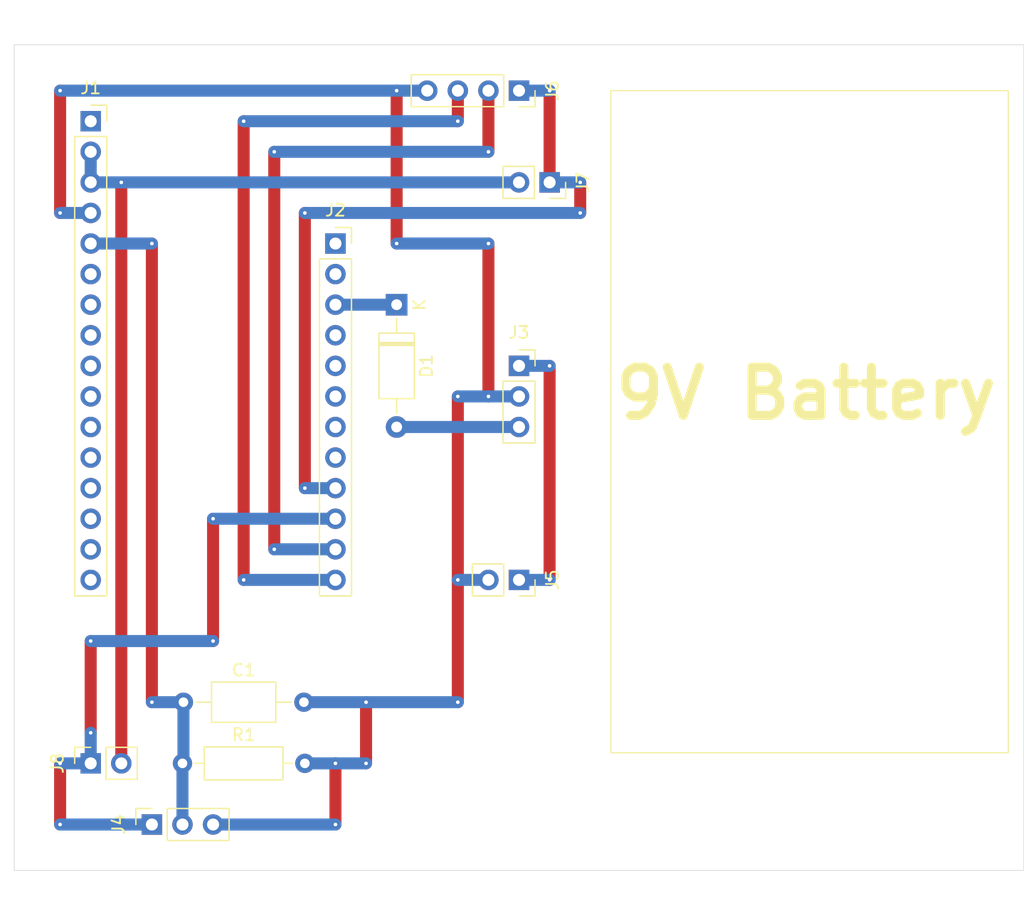
<source format=kicad_pcb>
(kicad_pcb (version 20240108) (generator "pcbnew") (generator_version "8.0")
  (layers (0 "F.Cu" signal) (31 "B.Cu" signal) (34 "B.Paste" user) (35 "F.Paste" user) (36 "B.SilkS" user "B.Silkscreen") (37 "F.SilkS" user "F.Silkscreen") (38 "B.Mask" user) (39 "F.Mask" user) (44 "Edge.Cuts" user))
  (net 0 "")
  (net 19 "GND")
  (net 20 "+3V3")
  (net 21 "/SCL")
  (net 22 "+BATT")
  (net 23 "/SDA")
  (net 24 "VBUS")
  (net 25 "Net-(D1-A)")
  (net 27 "/PT_OUT")
  (net 28 "/PT_POWER")
  (net 29 "/SHT_POWER")
  (footprint "Connector_PinSocket_2.54mm:PinSocket_1x04_P2.54mm_Vertical" (layer "F.Cu") (at 116.84 58.42 -90)
    (property "Reference" "J6" (at 0 -2.77 90) (layer "F.SilkS"))
    (property "Value" "Conn_01x04_Socket")
    (fp_line (start -1.33 8.95) (end 1.33 8.95) (stroke (width 0.12)) (layer "F.SilkS"))
    (fp_line (start -1.33 1.27) (end -1.33 8.95) (stroke (width 0.12)) (layer "F.SilkS"))
    (fp_line (start -1.33 1.27) (end 1.33 1.27) (stroke (width 0.12)) (layer "F.SilkS"))
    (fp_line (start 1.33 1.27) (end 1.33 8.95) (stroke (width 0.12)) (layer "F.SilkS"))
    (fp_line (start 0 -1.33) (end 1.33 -1.33) (stroke (width 0.12)) (layer "F.SilkS"))
    (fp_line (start 1.33 -1.33) (end 1.33 0) (stroke (width 0.12)) (layer "F.SilkS"))
    (pad "1" thru_hole rect (at 0 0 270) (size 1.7 1.7) (drill 1) (layers "*.Cu" "*.Mask") (net 29 "/SHT_POWER"))
    (pad "2" thru_hole oval (at 0 2.54 270) (size 1.7 1.7) (drill 1) (layers "*.Cu" "*.Mask") (net 21 "/SCL"))
    (pad "3" thru_hole oval (at 0 5.08 270) (size 1.7 1.7) (drill 1) (layers "*.Cu" "*.Mask") (net 23 "/SDA"))
    (pad "4" thru_hole oval (at 0 7.62 270) (size 1.7 1.7) (drill 1) (layers "*.Cu" "*.Mask") (net 19 "GND"))
  )
  (footprint "Connector_PinSocket_2.54mm:PinSocket_1x03_P2.54mm_Vertical" (layer "F.Cu") (at 86.36 119.38 90)
    (property "Reference" "J4" (at 0 -2.77 -90) (layer "F.SilkS"))
    (property "Value" "Conn_01x03_Socket")
    (fp_line (start 1.33 -1.33) (end 1.33 0) (stroke (width 0.12)) (layer "F.SilkS"))
    (fp_line (start 0 -1.33) (end 1.33 -1.33) (stroke (width 0.12)) (layer "F.SilkS"))
    (fp_line (start 1.33 1.27) (end 1.33 6.41) (stroke (width 0.12)) (layer "F.SilkS"))
    (fp_line (start -1.33 1.27) (end 1.33 1.27) (stroke (width 0.12)) (layer "F.SilkS"))
    (fp_line (start -1.33 1.27) (end -1.33 6.41) (stroke (width 0.12)) (layer "F.SilkS"))
    (fp_line (start -1.33 6.41) (end 1.33 6.41) (stroke (width 0.12)) (layer "F.SilkS"))
    (pad "1" thru_hole rect (at 0 0 90) (size 1.7 1.7) (drill 1) (layers "*.Cu" "*.Mask") (net 28 "/PT_POWER"))
    (pad "2" thru_hole oval (at 0 2.54 90) (size 1.7 1.7) (drill 1) (layers "*.Cu" "*.Mask") (net 27 "/PT_OUT"))
    (pad "3" thru_hole oval (at 0 5.08 90) (size 1.7 1.7) (drill 1) (layers "*.Cu" "*.Mask") (net 19 "GND"))
  )
  (footprint "Diode_THT:D_A-405_P10.16mm_Horizontal" (layer "F.Cu") (at 106.68 76.2 -90)
    (property "Reference" "D1" (at 5.08 -2.47 90) (layer "F.SilkS"))
    (property "Value" "D_Schottky")
    (fp_line (start 2.36 1.47) (end 7.8 1.47) (stroke (width 0.12)) (layer "F.SilkS"))
    (fp_line (start 7.8 1.47) (end 7.8 -1.47) (stroke (width 0.12)) (layer "F.SilkS"))
    (fp_line (start 1.14 0) (end 2.36 0) (stroke (width 0.12)) (layer "F.SilkS"))
    (fp_line (start 9.02 0) (end 7.8 0) (stroke (width 0.12)) (layer "F.SilkS"))
    (fp_line (start 2.36 -1.47) (end 2.36 1.47) (stroke (width 0.12)) (layer "F.SilkS"))
    (fp_line (start 3.14 -1.47) (end 3.14 1.47) (stroke (width 0.12)) (layer "F.SilkS"))
    (fp_line (start 3.26 -1.47) (end 3.26 1.47) (stroke (width 0.12)) (layer "F.SilkS"))
    (fp_line (start 3.38 -1.47) (end 3.38 1.47) (stroke (width 0.12)) (layer "F.SilkS"))
    (fp_line (start 7.8 -1.47) (end 2.36 -1.47) (stroke (width 0.12)) (layer "F.SilkS"))
    (fp_text user "K" (at 0 -1.9 90) (layer "F.SilkS"))
    (pad "1" thru_hole rect (at 0 0 270) (size 1.8 1.8) (drill 0.9) (layers "*.Cu" "*.Mask") (net 24 "VBUS"))
    (pad "2" thru_hole oval (at 10.16 0 270) (size 1.8 1.8) (drill 0.9) (layers "*.Cu" "*.Mask") (net 25 "Net-(D1-A)"))
  )
  (footprint "Connector_PinSocket_2.54mm:PinSocket_1x12_P2.54mm_Vertical" (layer "F.Cu") (at 101.6 71.12)
    (property "Reference" "J2" (at 0 -2.77 0) (layer "F.SilkS"))
    (property "Value" "Conn_01x12_Socket")
    (fp_line (start -1.33 1.27) (end -1.33 29.27) (stroke (width 0.12)) (layer "F.SilkS"))
    (fp_line (start -1.33 1.27) (end 1.33 1.27) (stroke (width 0.12)) (layer "F.SilkS"))
    (fp_line (start -1.33 29.27) (end 1.33 29.27) (stroke (width 0.12)) (layer "F.SilkS"))
    (fp_line (start 0 -1.33) (end 1.33 -1.33) (stroke (width 0.12)) (layer "F.SilkS"))
    (fp_line (start 1.33 -1.33) (end 1.33 0) (stroke (width 0.12)) (layer "F.SilkS"))
    (fp_line (start 1.33 1.27) (end 1.33 29.27) (stroke (width 0.12)) (layer "F.SilkS"))
    (pad "1" thru_hole rect (at 0 0) (size 1.7 1.7) (drill 1) (layers "*.Cu" "*.Mask"))
    (pad "2" thru_hole oval (at 0 2.54) (size 1.7 1.7) (drill 1) (layers "*.Cu" "*.Mask"))
    (pad "3" thru_hole oval (at 0 5.08) (size 1.7 1.7) (drill 1) (layers "*.Cu" "*.Mask") (net 24 "VBUS"))
    (pad "4" thru_hole oval (at 0 7.62) (size 1.7 1.7) (drill 1) (layers "*.Cu" "*.Mask"))
    (pad "5" thru_hole oval (at 0 10.16) (size 1.7 1.7) (drill 1) (layers "*.Cu" "*.Mask"))
    (pad "6" thru_hole oval (at 0 12.7) (size 1.7 1.7) (drill 1) (layers "*.Cu" "*.Mask"))
    (pad "7" thru_hole oval (at 0 15.24) (size 1.7 1.7) (drill 1) (layers "*.Cu" "*.Mask"))
    (pad "8" thru_hole oval (at 0 17.78) (size 1.7 1.7) (drill 1) (layers "*.Cu" "*.Mask"))
    (pad "9" thru_hole oval (at 0 20.32) (size 1.7 1.7) (drill 1) (layers "*.Cu" "*.Mask") (net 29 "/SHT_POWER"))
    (pad "10" thru_hole oval (at 0 22.86) (size 1.7 1.7) (drill 1) (layers "*.Cu" "*.Mask") (net 28 "/PT_POWER"))
    (pad "11" thru_hole oval (at 0 25.4) (size 1.7 1.7) (drill 1) (layers "*.Cu" "*.Mask") (net 21 "/SCL"))
    (pad "12" thru_hole oval (at 0 27.94) (size 1.7 1.7) (drill 1) (layers "*.Cu" "*.Mask") (net 23 "/SDA"))
  )
  (footprint "Connector_PinSocket_2.54mm:PinSocket_1x02_P2.54mm_Vertical" (layer "F.Cu") (at 119.38 66.04 -90)
    (property "Reference" "J7" (at 0 -2.77 90) (layer "F.SilkS"))
    (property "Value" "Conn_01x02_Socket")
    (fp_line (start -1.33 3.87) (end 1.33 3.87) (stroke (width 0.12)) (layer "F.SilkS"))
    (fp_line (start -1.33 1.27) (end -1.33 3.87) (stroke (width 0.12)) (layer "F.SilkS"))
    (fp_line (start -1.33 1.27) (end 1.33 1.27) (stroke (width 0.12)) (layer "F.SilkS"))
    (fp_line (start 1.33 1.27) (end 1.33 3.87) (stroke (width 0.12)) (layer "F.SilkS"))
    (fp_line (start 0 -1.33) (end 1.33 -1.33) (stroke (width 0.12)) (layer "F.SilkS"))
    (fp_line (start 1.33 -1.33) (end 1.33 0) (stroke (width 0.12)) (layer "F.SilkS"))
    (pad "1" thru_hole rect (at 0 0 270) (size 1.7 1.7) (drill 1) (layers "*.Cu" "*.Mask") (net 29 "/SHT_POWER"))
    (pad "2" thru_hole oval (at 0 2.54 270) (size 1.7 1.7) (drill 1) (layers "*.Cu" "*.Mask") (net 20 "+3V3"))
  )
  (footprint "Connector_PinSocket_2.54mm:PinSocket_1x16_P2.54mm_Vertical" (layer "F.Cu") (at 81.28 60.96)
    (property "Reference" "J1" (at 0 -2.77 0) (layer "F.SilkS"))
    (property "Value" "Conn_01x16_Socket")
    (fp_line (start -1.33 1.27) (end -1.33 39.43) (stroke (width 0.12)) (layer "F.SilkS"))
    (fp_line (start -1.33 1.27) (end 1.33 1.27) (stroke (width 0.12)) (layer "F.SilkS"))
    (fp_line (start -1.33 39.43) (end 1.33 39.43) (stroke (width 0.12)) (layer "F.SilkS"))
    (fp_line (start 0 -1.33) (end 1.33 -1.33) (stroke (width 0.12)) (layer "F.SilkS"))
    (fp_line (start 1.33 -1.33) (end 1.33 0) (stroke (width 0.12)) (layer "F.SilkS"))
    (fp_line (start 1.33 1.27) (end 1.33 39.43) (stroke (width 0.12)) (layer "F.SilkS"))
    (pad "1" thru_hole rect (at 0 0) (size 1.7 1.7) (drill 1) (layers "*.Cu" "*.Mask"))
    (pad "2" thru_hole oval (at 0 2.54) (size 1.7 1.7) (drill 1) (layers "*.Cu" "*.Mask") (net 20 "+3V3"))
    (pad "3" thru_hole oval (at 0 5.08) (size 1.7 1.7) (drill 1) (layers "*.Cu" "*.Mask") (net 20 "+3V3"))
    (pad "4" thru_hole oval (at 0 7.62) (size 1.7 1.7) (drill 1) (layers "*.Cu" "*.Mask") (net 19 "GND"))
    (pad "5" thru_hole oval (at 0 10.16) (size 1.7 1.7) (drill 1) (layers "*.Cu" "*.Mask") (net 27 "/PT_OUT"))
    (pad "6" thru_hole oval (at 0 12.7) (size 1.7 1.7) (drill 1) (layers "*.Cu" "*.Mask"))
    (pad "7" thru_hole oval (at 0 15.24) (size 1.7 1.7) (drill 1) (layers "*.Cu" "*.Mask"))
    (pad "8" thru_hole oval (at 0 17.78) (size 1.7 1.7) (drill 1) (layers "*.Cu" "*.Mask"))
    (pad "9" thru_hole oval (at 0 20.32) (size 1.7 1.7) (drill 1) (layers "*.Cu" "*.Mask"))
    (pad "10" thru_hole oval (at 0 22.86) (size 1.7 1.7) (drill 1) (layers "*.Cu" "*.Mask"))
    (pad "11" thru_hole oval (at 0 25.4) (size 1.7 1.7) (drill 1) (layers "*.Cu" "*.Mask"))
    (pad "12" thru_hole oval (at 0 27.94) (size 1.7 1.7) (drill 1) (layers "*.Cu" "*.Mask"))
    (pad "13" thru_hole oval (at 0 30.48) (size 1.7 1.7) (drill 1) (layers "*.Cu" "*.Mask"))
    (pad "14" thru_hole oval (at 0 33.02) (size 1.7 1.7) (drill 1) (layers "*.Cu" "*.Mask"))
    (pad "15" thru_hole oval (at 0 35.56) (size 1.7 1.7) (drill 1) (layers "*.Cu" "*.Mask"))
    (pad "16" thru_hole oval (at 0 38.1) (size 1.7 1.7) (drill 1) (layers "*.Cu" "*.Mask"))
  )
  (footprint "Connector_PinSocket_2.54mm:PinSocket_1x03_P2.54mm_Vertical" (layer "F.Cu") (at 116.84 81.28)
    (property "Reference" "J3" (at 0 -2.77 0) (layer "F.SilkS"))
    (property "Value" "Conn_01x03_Socket")
    (fp_line (start -1.33 1.27) (end -1.33 6.41) (stroke (width 0.12)) (layer "F.SilkS"))
    (fp_line (start -1.33 1.27) (end 1.33 1.27) (stroke (width 0.12)) (layer "F.SilkS"))
    (fp_line (start -1.33 6.41) (end 1.33 6.41) (stroke (width 0.12)) (layer "F.SilkS"))
    (fp_line (start 0 -1.33) (end 1.33 -1.33) (stroke (width 0.12)) (layer "F.SilkS"))
    (fp_line (start 1.33 -1.33) (end 1.33 0) (stroke (width 0.12)) (layer "F.SilkS"))
    (fp_line (start 1.33 1.27) (end 1.33 6.41) (stroke (width 0.12)) (layer "F.SilkS"))
    (pad "1" thru_hole rect (at 0 0) (size 1.7 1.7) (drill 1) (layers "*.Cu" "*.Mask") (net 22 "+BATT"))
    (pad "2" thru_hole oval (at 0 2.54) (size 1.7 1.7) (drill 1) (layers "*.Cu" "*.Mask") (net 19 "GND"))
    (pad "3" thru_hole oval (at 0 5.08) (size 1.7 1.7) (drill 1) (layers "*.Cu" "*.Mask") (net 25 "Net-(D1-A)"))
  )
  (footprint "Resistor_THT:R_Axial_DIN0207_L6.3mm_D2.5mm_P10.16mm_Horizontal" (layer "F.Cu") (at 88.9 114.3)
    (property "Reference" "R1" (at 5.08 -2.37 0) (layer "F.SilkS"))
    (property "Value" "220R")
    (fp_line (start 1.04 0) (end 1.81 0) (stroke (width 0.12)) (layer "F.SilkS"))
    (fp_line (start 1.81 -1.37) (end 1.81 1.37) (stroke (width 0.12)) (layer "F.SilkS"))
    (fp_line (start 1.81 1.37) (end 8.35 1.37) (stroke (width 0.12)) (layer "F.SilkS"))
    (fp_line (start 8.35 -1.37) (end 1.81 -1.37) (stroke (width 0.12)) (layer "F.SilkS"))
    (fp_line (start 8.35 1.37) (end 8.35 -1.37) (stroke (width 0.12)) (layer "F.SilkS"))
    (fp_line (start 9.12 0) (end 8.35 0) (stroke (width 0.12)) (layer "F.SilkS"))
    (pad "1" thru_hole circle (at 0 0) (size 1.6 1.6) (drill 0.8) (layers "*.Cu" "*.Mask") (net 27 "/PT_OUT"))
    (pad "2" thru_hole oval (at 10.16 0) (size 1.6 1.6) (drill 0.8) (layers "*.Cu" "*.Mask") (net 19 "GND"))
  )
  (footprint "Capacitor_THT:C_Axial_L5.1mm_D3.1mm_P10.00mm_Horizontal" (layer "F.Cu") (at 88.98 109.22)
    (property "Reference" "C1" (at 5 -2.67 0) (layer "F.SilkS"))
    (property "Value" "100n")
    (fp_line (start 1.04 0) (end 2.33 0) (stroke (width 0.12)) (layer "F.SilkS"))
    (fp_line (start 2.33 -1.67) (end 2.33 1.67) (stroke (width 0.12)) (layer "F.SilkS"))
    (fp_line (start 2.33 1.67) (end 7.67 1.67) (stroke (width 0.12)) (layer "F.SilkS"))
    (fp_line (start 7.67 -1.67) (end 2.33 -1.67) (stroke (width 0.12)) (layer "F.SilkS"))
    (fp_line (start 7.67 1.67) (end 7.67 -1.67) (stroke (width 0.12)) (layer "F.SilkS"))
    (fp_line (start 8.96 0) (end 7.67 0) (stroke (width 0.12)) (layer "F.SilkS"))
    (pad "1" thru_hole circle (at 0 0) (size 1.6 1.6) (drill 0.8) (layers "*.Cu" "*.Mask") (net 27 "/PT_OUT"))
    (pad "2" thru_hole oval (at 10 0) (size 1.6 1.6) (drill 0.8) (layers "*.Cu" "*.Mask") (net 19 "GND"))
  )
  (footprint "Connector_PinSocket_2.54mm:PinSocket_1x02_P2.54mm_Vertical" (layer "F.Cu") (at 81.28 114.3 90)
    (property "Reference" "J8" (at 0 -2.77 -90) (layer "F.SilkS"))
    (property "Value" "Conn_01x02_Socket")
    (fp_line (start 1.33 -1.33) (end 1.33 0) (stroke (width 0.12)) (layer "F.SilkS"))
    (fp_line (start 0 -1.33) (end 1.33 -1.33) (stroke (width 0.12)) (layer "F.SilkS"))
    (fp_line (start 1.33 1.27) (end 1.33 3.87) (stroke (width 0.12)) (layer "F.SilkS"))
    (fp_line (start -1.33 1.27) (end 1.33 1.27) (stroke (width 0.12)) (layer "F.SilkS"))
    (fp_line (start -1.33 1.27) (end -1.33 3.87) (stroke (width 0.12)) (layer "F.SilkS"))
    (fp_line (start -1.33 3.87) (end 1.33 3.87) (stroke (width 0.12)) (layer "F.SilkS"))
    (pad "1" thru_hole rect (at 0 0 90) (size 1.7 1.7) (drill 1) (layers "*.Cu" "*.Mask") (net 28 "/PT_POWER"))
    (pad "2" thru_hole oval (at 0 2.54 90) (size 1.7 1.7) (drill 1) (layers "*.Cu" "*.Mask") (net 20 "+3V3"))
  )
  (footprint "Connector_PinSocket_2.54mm:PinSocket_1x02_P2.54mm_Vertical" (layer "F.Cu") (at 116.84 99.06 -90)
    (property "Reference" "J5" (at 0 -2.77 90) (layer "F.SilkS"))
    (property "Value" "Conn_01x02_Socket")
    (fp_line (start -1.33 3.87) (end 1.33 3.87) (stroke (width 0.12)) (layer "F.SilkS"))
    (fp_line (start -1.33 1.27) (end -1.33 3.87) (stroke (width 0.12)) (layer "F.SilkS"))
    (fp_line (start -1.33 1.27) (end 1.33 1.27) (stroke (width 0.12)) (layer "F.SilkS"))
    (fp_line (start 1.33 1.27) (end 1.33 3.87) (stroke (width 0.12)) (layer "F.SilkS"))
    (fp_line (start 0 -1.33) (end 1.33 -1.33) (stroke (width 0.12)) (layer "F.SilkS"))
    (fp_line (start 1.33 -1.33) (end 1.33 0) (stroke (width 0.12)) (layer "F.SilkS"))
    (pad "1" thru_hole rect (at 0 0 270) (size 1.7 1.7) (drill 1) (layers "*.Cu" "*.Mask") (net 22 "+BATT"))
    (pad "2" thru_hole oval (at 0 2.54 270) (size 1.7 1.7) (drill 1) (layers "*.Cu" "*.Mask") (net 19 "GND"))
  )
  (gr_rect (start 124.46 58.42) (end 157.46 113.42) (stroke (width 0.1)) (fill none) (layer "F.SilkS"))
  (gr_rect (start 74.93 54.61) (end 158.75 123.19) (stroke (width 0.05)) (fill none) (layer "Edge.Cuts"))
  (gr_text "9V Battery" (at 124.46 85.92 0) (layer "F.SilkS") (effects (font (size 4 4) (thickness 0.75)) (justify left bottom)))
  (segment (start 101.6 119.38) (end 101.6 114.3) (width 1) (layer "F.Cu") (net 19))
  (segment (start 111.76 99.06) (end 111.76 83.82) (width 1) (layer "F.Cu") (net 19))
  (segment (start 114.3 71.12) (end 114.3 83.82) (width 1) (layer "F.Cu") (net 19))
  (segment (start 78.74 58.42) (end 78.74 68.58) (width 1) (layer "F.Cu") (net 19))
  (segment (start 106.68 58.42) (end 106.68 71.12) (width 1) (layer "F.Cu") (net 19))
  (segment (start 111.76 99.06) (end 111.76 109.22) (width 1) (layer "F.Cu") (net 19))
  (segment (start 104.14 109.22) (end 104.14 114.3) (width 1) (layer "F.Cu") (net 19))
  (via (at 106.68 58.42) (size 0.6) (drill 0.3) (layers "F.Cu" "B.Cu") (net 19))
  (via (at 78.74 68.58) (size 0.6) (drill 0.3) (layers "F.Cu" "B.Cu") (net 19))
  (via (at 111.76 109.22) (size 0.6) (drill 0.3) (layers "F.Cu" "B.Cu") (net 19))
  (via (at 101.6 119.38) (size 0.6) (drill 0.3) (layers "F.Cu" "B.Cu") (net 19))
  (via (at 104.14 109.22) (size 0.6) (drill 0.3) (layers "F.Cu" "B.Cu") (net 19))
  (via (at 111.76 99.06) (size 0.6) (drill 0.3) (layers "F.Cu" "B.Cu") (net 19))
  (via (at 114.3 83.82) (size 0.6) (drill 0.3) (layers "F.Cu" "B.Cu") (net 19))
  (via (at 101.6 114.3) (size 0.6) (drill 0.3) (layers "F.Cu" "B.Cu") (net 19))
  (via (at 111.76 83.82) (size 0.6) (drill 0.3) (layers "F.Cu" "B.Cu") (net 19))
  (via (at 78.74 58.42) (size 0.6) (drill 0.3) (layers "F.Cu" "B.Cu") (net 19))
  (via (at 104.14 114.3) (size 0.6) (drill 0.3) (layers "F.Cu" "B.Cu") (net 19))
  (via (at 114.3 71.12) (size 0.6) (drill 0.3) (layers "F.Cu" "B.Cu") (net 19))
  (via (at 106.68 71.12) (size 0.6) (drill 0.3) (layers "F.Cu" "B.Cu") (net 19))
  (segment (start 114.3 99.06) (end 111.76 99.06) (width 1) (layer "B.Cu") (net 19))
  (segment (start 98.98 109.22) (end 104.14 109.22) (width 1) (layer "B.Cu") (net 19))
  (segment (start 111.76 83.82) (end 114.3 83.82) (width 1) (layer "B.Cu") (net 19))
  (segment (start 114.3 71.12) (end 106.68 71.12) (width 1) (layer "B.Cu") (net 19))
  (segment (start 116.84 83.82) (end 114.3 83.82) (width 1) (layer "B.Cu") (net 19))
  (segment (start 91.44 119.38) (end 101.6 119.38) (width 1) (layer "B.Cu") (net 19))
  (segment (start 109.22 58.42) (end 106.68 58.42) (width 1) (layer "B.Cu") (net 19))
  (segment (start 101.6 114.3) (end 99.06 114.3) (width 1) (layer "B.Cu") (net 19))
  (segment (start 104.14 114.3) (end 101.6 114.3) (width 1) (layer "B.Cu") (net 19))
  (segment (start 78.74 58.42) (end 106.68 58.42) (width 1) (layer "B.Cu") (net 19))
  (segment (start 111.76 109.22) (end 104.14 109.22) (width 1) (layer "B.Cu") (net 19))
  (segment (start 81.28 68.58) (end 78.74 68.58) (width 1) (layer "B.Cu") (net 19))
  (segment (start 83.82 114.3) (end 83.82 66.04) (width 1) (layer "F.Cu") (net 20))
  (via (at 83.82 66.04) (size 0.6) (drill 0.3) (layers "F.Cu" "B.Cu") (net 20))
  (segment (start 81.28 63.5) (end 81.28 66.04) (width 1) (layer "B.Cu") (net 20))
  (segment (start 81.28 66.04) (end 116.84 66.04) (width 1) (layer "B.Cu") (net 20))
  (segment (start 96.52 63.5) (end 96.52 96.52) (width 1) (layer "F.Cu") (net 21))
  (segment (start 114.3 63.5) (end 114.3 58.42) (width 1) (layer "F.Cu") (net 21))
  (via (at 114.3 63.5) (size 0.6) (drill 0.3) (layers "F.Cu" "B.Cu") (net 21))
  (via (at 96.52 63.5) (size 0.6) (drill 0.3) (layers "F.Cu" "B.Cu") (net 21))
  (via (at 96.52 96.52) (size 0.6) (drill 0.3) (layers "F.Cu" "B.Cu") (net 21))
  (segment (start 96.52 63.5) (end 114.3 63.5) (width 1) (layer "B.Cu") (net 21))
  (segment (start 101.6 96.52) (end 96.52 96.52) (width 1) (layer "B.Cu") (net 21))
  (segment (start 119.38 81.28) (end 119.38 99.06) (width 1) (layer "F.Cu") (net 22))
  (via (at 119.38 81.28) (size 0.6) (drill 0.3) (layers "F.Cu" "B.Cu") (net 22))
  (via (at 119.38 99.06) (size 0.6) (drill 0.3) (layers "F.Cu" "B.Cu") (net 22))
  (segment (start 116.84 81.28) (end 119.38 81.28) (width 1) (layer "B.Cu") (net 22))
  (segment (start 116.84 99.06) (end 119.38 99.06) (width 1) (layer "B.Cu") (net 22))
  (segment (start 93.98 60.96) (end 93.98 99.06) (width 1) (layer "F.Cu") (net 23))
  (segment (start 111.76 58.42) (end 111.76 60.96) (width 1) (layer "F.Cu") (net 23))
  (via (at 111.76 60.96) (size 0.6) (drill 0.3) (layers "F.Cu" "B.Cu") (net 23))
  (via (at 93.98 99.06) (size 0.6) (drill 0.3) (layers "F.Cu" "B.Cu") (net 23))
  (via (at 93.98 60.96) (size 0.6) (drill 0.3) (layers "F.Cu" "B.Cu") (net 23))
  (segment (start 101.6 99.06) (end 93.98 99.06) (width 1) (layer "B.Cu") (net 23))
  (segment (start 93.98 60.96) (end 111.76 60.96) (width 1) (layer "B.Cu") (net 23))
  (segment (start 106.68 76.2) (end 101.6 76.2) (width 1) (layer "B.Cu") (net 24))
  (segment (start 116.84 86.36) (end 106.68 86.36) (width 1) (layer "B.Cu") (net 25))
  (segment (start 86.36 109.22) (end 86.36 71.12) (width 1) (layer "F.Cu") (net 27))
  (via (at 86.36 71.12) (size 0.6) (drill 0.3) (layers "F.Cu" "B.Cu") (net 27))
  (via (at 86.36 109.22) (size 0.6) (drill 0.3) (layers "F.Cu" "B.Cu") (net 27))
  (segment (start 88.9 119.38) (end 88.9 114.3) (width 1) (layer "B.Cu") (net 27))
  (segment (start 88.98 114.22) (end 88.9 114.3) (width 1) (layer "B.Cu") (net 27))
  (segment (start 88.98 109.22) (end 86.36 109.22) (width 1) (layer "B.Cu") (net 27))
  (segment (start 88.98 109.22) (end 88.98 114.22) (width 1) (layer "B.Cu") (net 27))
  (segment (start 86.36 71.12) (end 81.28 71.12) (width 1) (layer "B.Cu") (net 27))
  (segment (start 78.74 114.3) (end 78.74 119.38) (width 1) (layer "F.Cu") (net 28))
  (segment (start 81.28 104.14) (end 81.28 111.76) (width 1) (layer "F.Cu") (net 28))
  (segment (start 91.44 104.14) (end 91.44 93.98) (width 1) (layer "F.Cu") (net 28))
  (via (at 91.44 93.98) (size 0.6) (drill 0.3) (layers "F.Cu" "B.Cu") (net 28))
  (via (at 91.44 104.14) (size 0.6) (drill 0.3) (layers "F.Cu" "B.Cu") (net 28))
  (via (at 78.74 119.38) (size 0.6) (drill 0.3) (layers "F.Cu" "B.Cu") (net 28))
  (via (at 81.28 111.76) (size 0.6) (drill 0.3) (layers "F.Cu" "B.Cu") (net 28))
  (via (at 78.74 114.3) (size 0.6) (drill 0.3) (layers "F.Cu" "B.Cu") (net 28))
  (via (at 81.28 104.14) (size 0.6) (drill 0.3) (layers "F.Cu" "B.Cu") (net 28))
  (segment (start 81.28 114.3) (end 78.74 114.3) (width 1) (layer "B.Cu") (net 28))
  (segment (start 78.74 119.38) (end 86.36 119.38) (width 1) (layer "B.Cu") (net 28))
  (segment (start 81.28 114.3) (end 81.28 111.76) (width 1) (layer "B.Cu") (net 28))
  (segment (start 91.44 93.98) (end 101.6 93.98) (width 1) (layer "B.Cu") (net 28))
  (segment (start 81.28 104.14) (end 91.44 104.14) (width 1) (layer "B.Cu") (net 28))
  (segment (start 99.06 91.44) (end 99.06 68.58) (width 1) (layer "F.Cu") (net 29))
  (segment (start 119.38 66.04) (end 119.38 58.42) (width 1) (layer "F.Cu") (net 29))
  (segment (start 121.92 68.58) (end 121.92 66.04) (width 1) (layer "F.Cu") (net 29))
  (via (at 121.92 68.58) (size 0.6) (drill 0.3) (layers "F.Cu" "B.Cu") (net 29))
  (via (at 99.06 91.44) (size 0.6) (drill 0.3) (layers "F.Cu" "B.Cu") (net 29))
  (via (at 99.06 68.58) (size 0.6) (drill 0.3) (layers "F.Cu" "B.Cu") (net 29))
  (via (at 119.38 58.42) (size 0.6) (drill 0.3) (layers "F.Cu" "B.Cu") (net 29))
  (via (at 121.92 66.04) (size 0.6) (drill 0.3) (layers "F.Cu" "B.Cu") (net 29))
  (segment (start 99.06 68.58) (end 121.92 68.58) (width 1) (layer "B.Cu") (net 29))
  (segment (start 119.38 58.42) (end 116.84 58.42) (width 1) (layer "B.Cu") (net 29))
  (segment (start 101.6 91.44) (end 99.06 91.44) (width 1) (layer "B.Cu") (net 29))
  (segment (start 121.92 66.04) (end 119.38 66.04) (width 1) (layer "B.Cu") (net 29))
)
</source>
